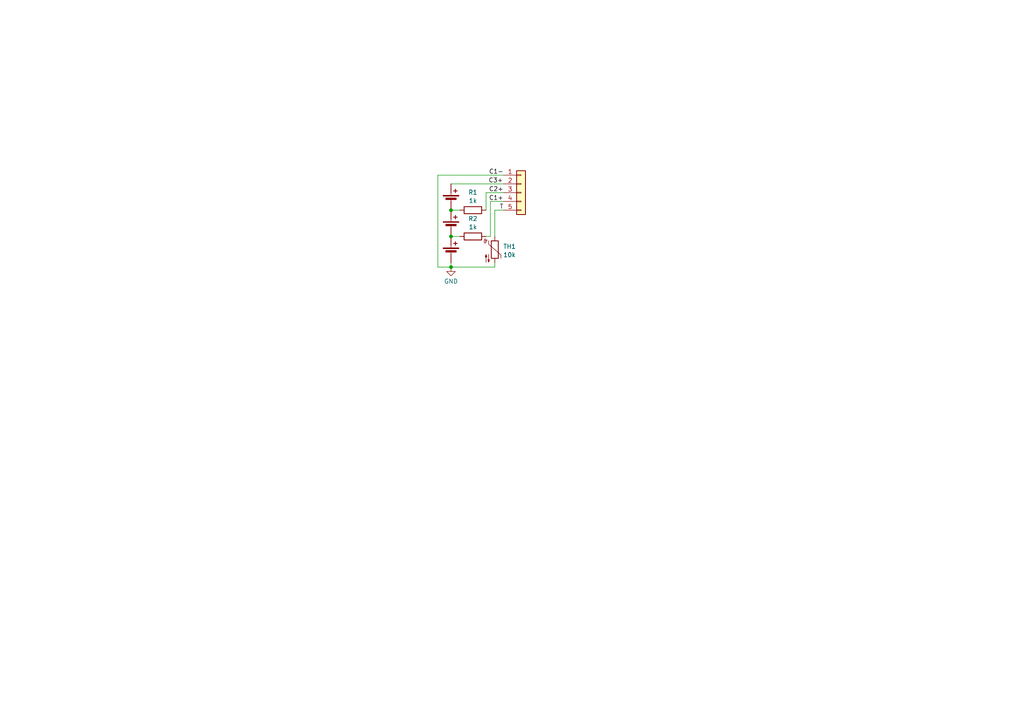
<source format=kicad_sch>
(kicad_sch (version 20231120) (generator "eeschema") (generator_version "8.0")
  (paper "A4")
  (lib_symbols
    (symbol "Connector_Generic:Conn_01x05" (pin_names (offset 1.016) hide)
      (property "Reference" "J" (at 0 7.62 0))
      (property "Value" "Conn_01x05" (at 0 -7.62 0))
      (symbol "Conn_01x05_1_1"
        (rectangle (start -1.27 -4.953) (end 0 -5.207) (stroke (width 0.1524)))
        (rectangle (start -1.27 -2.413) (end 0 -2.667) (stroke (width 0.1524)))
        (rectangle (start -1.27 0.127) (end 0 -0.127) (stroke (width 0.1524)))
        (rectangle (start -1.27 2.667) (end 0 2.413) (stroke (width 0.1524)))
        (rectangle (start -1.27 5.207) (end 0 4.953) (stroke (width 0.1524)))
        (rectangle (start -1.27 6.35) (end 1.27 -6.35) (stroke (width 0.254)) (fill (type background)))
        (pin passive line (at -5.08 5.08 0) (length 3.81) (name "Pin_1") (number "1"))
        (pin passive line (at -5.08 2.54 0) (length 3.81) (name "Pin_2") (number "2"))
        (pin passive line (at -5.08 0 0) (length 3.81) (name "Pin_3") (number "3"))
        (pin passive line (at -5.08 -2.54 0) (length 3.81) (name "Pin_4") (number "4"))
        (pin passive line (at -5.08 -5.08 0) (length 3.81) (name "Pin_5") (number "5"))
      )
    )
    (symbol "Device:Battery_Cell" (pin_numbers hide) (pin_names (offset 0) hide)
      (property "Reference" "BT" (at 2.54 2.54 0))
      (property "Value" "Battery_Cell" (at 2.54 0 0))
      (symbol "Battery_Cell_0_1"
        (rectangle (start -2.286 1.778) (end 2.286 1.524) (fill (type outline)))
        (rectangle (start -1.524 1.016) (end 1.524 0.508) (fill (type outline)))
        (polyline (pts (xy 0 0.762) (xy 0 0)))
        (polyline (pts (xy 0 1.778) (xy 0 2.54)))
        (polyline (pts (xy 0.762 3.048) (xy 1.778 3.048)) (stroke (width 0.254)))
        (polyline (pts (xy 1.27 3.556) (xy 1.27 2.54)) (stroke (width 0.254)))
      )
      (symbol "Battery_Cell_1_1"
        (pin passive line (at 0 5.08 270) (length 2.54) (name "+") (number "1"))
        (pin passive line (at 0 -2.54 90) (length 2.54) (name "-") (number "2"))
      )
    )
    (symbol "Device:R" (pin_numbers hide) (pin_names (offset 0))
      (property "Reference" "R" (at 2.032 0 90))
      (property "Value" "R" (at 0 0 90))
      (symbol "R_0_1"
        (rectangle (start -1.016 -2.54) (end 1.016 2.54) (stroke (width 0.254)))
      )
      (symbol "R_1_1"
        (pin passive line (at 0 3.81 270) (length 1.27) (name "~") (number "1"))
        (pin passive line (at 0 -3.81 90) (length 1.27) (name "~") (number "2"))
      )
    )
    (symbol "Device:Thermistor_NTC" (pin_numbers hide) (pin_names (offset 0))
      (property "Reference" "TH" (at -4.445 0 90))
      (property "Value" "Thermistor_NTC" (at 3.175 0 90))
      (symbol "Thermistor_NTC_0_1"
        (arc (start -3.048 2.159) (mid -3.0495 2.3143) (end -3.175 2.413))
        (arc (start -3.048 2.159) (mid -2.9736 1.9794) (end -2.794 1.905))
        (arc (start -3.048 2.794) (mid -2.9736 2.6144) (end -2.794 2.54))
        (arc (start -2.794 1.905) (mid -2.6144 1.9794) (end -2.54 2.159))
        (arc (start -2.794 2.54) (mid -2.4393 2.5587) (end -2.159 2.794))
        (arc (start -2.794 3.048) (mid -2.9736 2.9736) (end -3.048 2.794))
        (arc (start -2.54 2.794) (mid -2.6144 2.9736) (end -2.794 3.048))
        (rectangle (start -1.016 2.54) (end 1.016 -2.54) (stroke (width 0.254)))
        (polyline (pts (xy -2.54 2.159) (xy -2.54 2.794)))
        (polyline (pts (xy -1.778 2.54) (xy -1.778 1.524) (xy 1.778 -1.524) (xy 1.778 -2.54)))
        (polyline (pts (xy -2.54 -3.683) (xy -2.54 -1.397) (xy -2.794 -2.159) (xy -2.286 -2.159) (xy -2.54 -1.397) (xy -2.54 -1.651)) (fill (type outline)))
        (polyline (pts (xy -1.778 -1.397) (xy -1.778 -3.683) (xy -2.032 -2.921) (xy -1.524 -2.921) (xy -1.778 -3.683) (xy -1.778 -3.429)) (fill (type outline)))
      )
      (symbol "Thermistor_NTC_1_1"
        (pin passive line (at 0 3.81 270) (length 1.27) (name "~") (number "1"))
        (pin passive line (at 0 -3.81 90) (length 1.27) (name "~") (number "2"))
      )
    )
    (symbol "power:GND" (power) (pin_numbers hide) (pin_names (offset 0) hide)
      (property "Value" "GND" (at 0 -3.81 0))
      (symbol "GND_0_1"
        (polyline (pts (xy 0 0) (xy 0 -1.27) (xy 1.27 -1.27) (xy 0 -2.54) (xy -1.27 -1.27) (xy 0 -1.27)))
      )
      (symbol "GND_1_1"
        (pin power_in line (at 0 0 270) (length 0) (name "~") (number "1"))
      )
    )
  )
  (junction (at 130.81 77.47))
  (junction (at 130.81 68.58))
  (junction (at 130.81 60.96))
  (wire (pts (xy 146.05 53.34) (xy 130.81 53.34)))
  (wire (pts (xy 140.97 60.96) (xy 140.97 55.88)))
  (wire (pts (xy 140.97 68.58) (xy 142.24 68.58)))
  (wire (pts (xy 127 50.8) (xy 146.05 50.8)))
  (wire (pts (xy 130.81 77.47) (xy 143.51 77.47)))
  (wire (pts (xy 143.51 68.58) (xy 143.51 60.96)))
  (wire (pts (xy 143.51 77.47) (xy 143.51 76.2)))
  (wire (pts (xy 130.81 77.47) (xy 130.81 76.2)))
  (wire (pts (xy 140.97 55.88) (xy 146.05 55.88)))
  (wire (pts (xy 142.24 58.42) (xy 146.05 58.42)))
  (wire (pts (xy 142.24 68.58) (xy 142.24 58.42)))
  (wire (pts (xy 127 77.47) (xy 130.81 77.47)))
  (wire (pts (xy 143.51 60.96) (xy 146.05 60.96)))
  (wire (pts (xy 133.35 68.58) (xy 130.81 68.58)))
  (wire (pts (xy 127 50.8) (xy 127 77.47)))
  (wire (pts (xy 133.35 60.96) (xy 130.81 60.96)))
  (label "C1+" (at 146.05 58.42 180))
  (label "C3+" (at 145.9375 53.34 180))
  (label "T" (at 146.05 60.96 180))
  (label "C2+" (at 146.05 55.88 180))
  (label "C1-" (at 146.05 50.8 180))
  (symbol (lib_id "Device:Battery_Cell") (at 130.81 73.66 0) (unit 1)
    (property "Reference" "BT3" (effects (hide yes)))
    (property "Value" "Battery_Cell" (effects (hide yes)))
    (property "Description" "Single-cell battery" (effects (hide yes)))
  )
  (symbol (lib_id "Device:Battery_Cell") (at 130.81 58.42 0) (unit 1)
    (property "Reference" "BT1" (effects (hide yes)))
    (property "Value" "Battery_Cell" (effects (hide yes)))
    (property "Description" "Single-cell battery" (effects (hide yes)))
  )
  (symbol (lib_id "Device:Battery_Cell") (at 130.81 66.04 0) (unit 1)
    (property "Reference" "BT2" (effects (hide yes)))
    (property "Value" "Battery_Cell" (effects (hide yes)))
    (property "Description" "Single-cell battery" (effects (hide yes)))
  )
  (symbol (lib_id "Connector_Generic:Conn_01x05") (at 151.13 55.88 0) (unit 1)
    (property "Reference" "J1" (effects (hide yes)))
    (property "Value" "Conn_01x05" (effects (hide yes)))
    (property "Description" "Generic connector, single row, 01x05, script generated (kicad-library-utils/schlib/autogen/connector/)" (effects (hide yes)))
  )
  (symbol (lib_id "Device:R") (at 137.16 60.96 90) (unit 1)
    (property "Reference" "R1" (at 137.16 55.7995 90))
    (property "Value" "1k" (at 137.16 58.2238 90))
    (property "Description" "Resistor" (effects (hide yes)))
  )
  (symbol (lib_id "power:GND") (at 130.81 77.47 0) (unit 1)
    (property "Reference" "#PWR02" (effects (hide yes)))
    (property "Value" "GND" (at 130.81 81.6031 0))
    (property "Description" "Power symbol creates a global label with name \"GND\" , ground" (effects (hide yes)))
  )
  (symbol (lib_id "Device:Thermistor_NTC") (at 143.51 72.39 0) (unit 1)
    (property "Reference" "TH1" (at 145.923 71.4953 0) (effects (justify left)))
    (property "Value" "10k" (at 145.923 73.9196 0) (effects (justify left)))
    (property "Description" "Temperature dependent resistor, negative temperature coefficient" (effects (hide yes)))
  )
  (symbol (lib_id "Device:R") (at 137.16 68.58 90) (unit 1)
    (property "Reference" "R2" (at 137.16 63.4195 90))
    (property "Value" "1k" (at 137.16 65.8438 90))
    (property "Description" "Resistor" (effects (hide yes)))
  )
)
</source>
